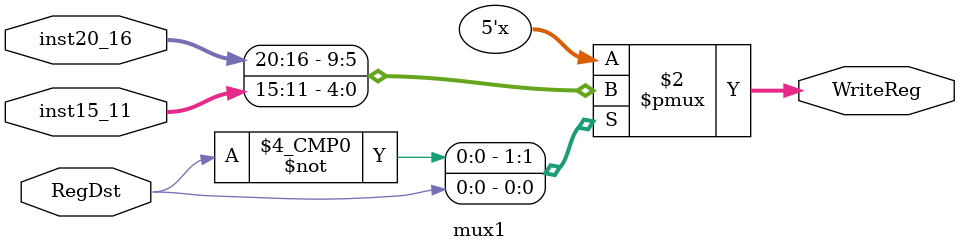
<source format=v>
module mux1(inst20_16, inst15_11, RegDst, WriteReg);

	input [20:16] inst20_16;
	input [15:11] inst15_11;
	input RegDst;
	
	output reg [4:0] WriteReg;

	always @ (RegDst, inst20_16, inst15_11) begin
		case(RegDst) 
			0 : WriteReg <= inst20_16;
			1 : WriteReg <= inst15_11;
		endcase
	end
endmodule
</source>
